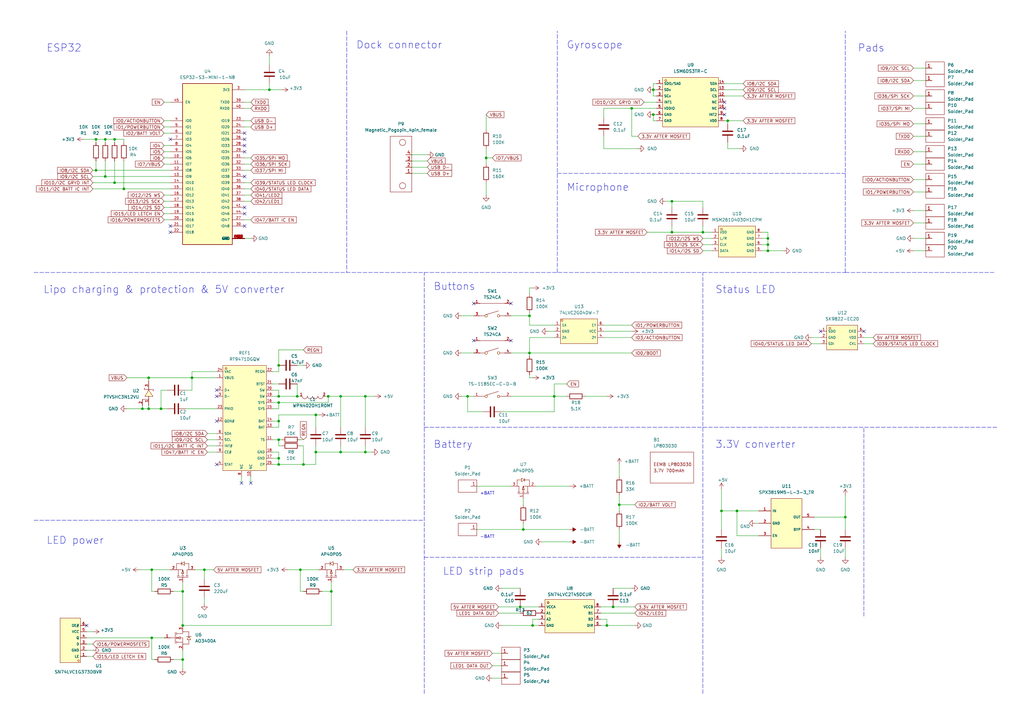
<source format=kicad_sch>
(kicad_sch (version 20211123) (generator eeschema)
  (paper "A3")
  (junction (at 251.46 248.92))
  (junction (at 314.96 97.79))
  (junction (at 43.18 57.15))
  (junction (at 62.23 261.62))
  (junction (at 83.82 233.68))
  (junction (at 314.96 102.87))
  (junction (at 298.45 49.53))
  (junction (at 60.96 167.64))
  (junction (at 78.74 154.94))
  (junction (at 66.04 167.64))
  (junction (at 46.99 57.15))
  (junction (at 217.17 129.54))
  (junction (at 110.49 36.83))
  (junction (at 50.8 77.47))
  (junction (at 129.54 170.18))
  (junction (at 39.37 57.15))
  (junction (at 74.93 256.54))
  (junction (at 149.86 185.42))
  (junction (at 121.92 162.56))
  (junction (at 199.39 64.77))
  (junction (at 58.42 167.64))
  (junction (at 259.08 44.45))
  (junction (at 191.77 162.56))
  (junction (at 43.18 72.39))
  (junction (at 124.46 190.5))
  (junction (at 275.59 95.25))
  (junction (at 214.63 217.17))
  (junction (at 114.3 149.86))
  (junction (at 114.3 187.96))
  (junction (at 114.3 190.5))
  (junction (at 74.93 270.51))
  (junction (at 114.3 162.56))
  (junction (at 295.91 209.55))
  (junction (at 227.33 162.56))
  (junction (at 254 207.01))
  (junction (at 129.54 185.42))
  (junction (at 346.71 212.09))
  (junction (at 275.59 82.55))
  (junction (at 314.96 100.33))
  (junction (at 62.23 233.68))
  (junction (at 39.37 69.85))
  (junction (at 114.3 180.34))
  (junction (at 60.96 154.94))
  (junction (at 46.99 74.93))
  (junction (at 213.36 248.92))
  (junction (at 134.62 162.56))
  (junction (at 135.89 242.57))
  (junction (at 248.92 256.54))
  (junction (at 217.17 144.78))
  (junction (at 139.7 162.56))
  (junction (at 139.7 185.42))
  (junction (at 267.97 36.83))
  (junction (at 123.19 233.68))
  (junction (at 218.44 256.54))
  (junction (at 302.26 209.55))
  (junction (at 114.3 172.72))
  (junction (at 74.93 242.57))
  (junction (at 149.86 162.56))
  (junction (at 267.97 46.99))
  (junction (at 114.3 165.1))
  (junction (at 288.29 95.25))
  (no_connect (at 209.55 139.7))
  (no_connect (at 297.18 41.91))
  (no_connect (at 100.33 92.71))
  (no_connect (at 194.31 139.7))
  (no_connect (at 297.18 44.45))
  (no_connect (at 209.55 124.46))
  (no_connect (at 35.56 256.54))
  (no_connect (at 100.33 62.23))
  (no_connect (at 69.85 92.71))
  (no_connect (at 88.9 190.5))
  (no_connect (at 354.33 135.89))
  (no_connect (at 88.9 162.56))
  (no_connect (at 99.06 198.12))
  (no_connect (at 100.33 87.63))
  (no_connect (at 297.18 46.99))
  (no_connect (at 88.9 160.02))
  (no_connect (at 100.33 72.39))
  (no_connect (at 100.33 85.09))
  (no_connect (at 69.85 57.15))
  (no_connect (at 69.85 95.25))
  (no_connect (at 100.33 57.15))
  (no_connect (at 100.33 59.69))
  (no_connect (at 100.33 54.61))
  (no_connect (at 194.31 124.46))
  (no_connect (at 336.55 135.89))
  (no_connect (at 102.87 198.12))
  (no_connect (at 88.9 172.72))
  (wire (pts (xy 118.11 233.68) (xy 123.19 233.68)))
  (wire (pts (xy 246.38 248.92) (xy 251.46 248.92)))
  (wire (pts (xy 100.33 69.85) (xy 102.87 69.85)))
  (wire (pts (xy 199.39 60.96) (xy 199.39 64.77)))
  (wire (pts (xy 38.1 74.93) (xy 46.99 74.93)))
  (wire (pts (xy 38.1 69.85) (xy 39.37 69.85)))
  (wire (pts (xy 114.3 162.56) (xy 114.3 160.02)))
  (wire (pts (xy 124.46 182.88) (xy 124.46 190.5)))
  (wire (pts (xy 334.01 212.09) (xy 346.71 212.09)))
  (wire (pts (xy 121.92 162.56) (xy 123.19 162.56)))
  (wire (pts (xy 83.82 233.68) (xy 87.63 233.68)))
  (wire (pts (xy 246.38 251.46) (xy 260.35 251.46)))
  (wire (pts (xy 217.17 138.43) (xy 227.33 138.43)))
  (wire (pts (xy 100.33 90.17) (xy 102.87 90.17)))
  (wire (pts (xy 354.33 140.97) (xy 358.14 140.97)))
  (wire (pts (xy 374.65 39.37) (xy 379.73 39.37)))
  (wire (pts (xy 314.96 95.25) (xy 314.96 97.79)))
  (wire (pts (xy 267.97 46.99) (xy 269.24 46.99)))
  (wire (pts (xy 67.31 82.55) (xy 69.85 82.55)))
  (wire (pts (xy 100.33 82.55) (xy 102.87 82.55)))
  (wire (pts (xy 67.31 54.61) (xy 69.85 54.61)))
  (wire (pts (xy 99.06 198.12) (xy 99.06 195.58)))
  (wire (pts (xy 269.24 39.37) (xy 267.97 39.37)))
  (wire (pts (xy 251.46 248.92) (xy 260.35 248.92)))
  (wire (pts (xy 209.55 162.56) (xy 227.33 162.56)))
  (wire (pts (xy 52.07 154.94) (xy 60.96 154.94)))
  (wire (pts (xy 78.74 152.4) (xy 78.74 154.94)))
  (wire (pts (xy 261.62 60.96) (xy 247.65 60.96)))
  (wire (pts (xy 111.76 167.64) (xy 114.3 167.64)))
  (wire (pts (xy 58.42 167.64) (xy 60.96 167.64)))
  (wire (pts (xy 111.76 172.72) (xy 114.3 172.72)))
  (wire (pts (xy 309.88 214.63) (xy 311.15 214.63)))
  (wire (pts (xy 76.2 167.64) (xy 88.9 167.64)))
  (wire (pts (xy 354.33 138.43) (xy 358.14 138.43)))
  (wire (pts (xy 62.23 233.68) (xy 69.85 233.68)))
  (wire (pts (xy 168.91 68.58) (xy 175.26 68.58)))
  (wire (pts (xy 39.37 57.15) (xy 43.18 57.15)))
  (wire (pts (xy 111.76 175.26) (xy 114.3 175.26)))
  (wire (pts (xy 288.29 102.87) (xy 292.1 102.87)))
  (wire (pts (xy 254 203.2) (xy 254 207.01)))
  (wire (pts (xy 67.31 90.17) (xy 69.85 90.17)))
  (wire (pts (xy 204.47 251.46) (xy 213.36 251.46)))
  (wire (pts (xy 78.74 154.94) (xy 88.9 154.94)))
  (wire (pts (xy 121.92 157.48) (xy 121.92 162.56)))
  (wire (pts (xy 288.29 85.09) (xy 288.29 82.55)))
  (wire (pts (xy 135.89 238.76) (xy 135.89 242.57)))
  (wire (pts (xy 129.54 185.42) (xy 139.7 185.42)))
  (wire (pts (xy 111.76 162.56) (xy 114.3 162.56)))
  (wire (pts (xy 114.3 180.34) (xy 114.3 182.88)))
  (wire (pts (xy 168.91 71.12) (xy 175.26 71.12)))
  (wire (pts (xy 302.26 209.55) (xy 311.15 209.55)))
  (wire (pts (xy 314.96 97.79) (xy 314.96 100.33)))
  (wire (pts (xy 85.09 180.34) (xy 88.9 180.34)))
  (wire (pts (xy 227.33 162.56) (xy 227.33 168.91)))
  (wire (pts (xy 67.31 64.77) (xy 69.85 64.77)))
  (polyline (pts (xy 13.97 213.36) (xy 173.99 213.36)))
  (wire (pts (xy 67.31 67.31) (xy 69.85 67.31)))
  (wire (pts (xy 247.65 138.43) (xy 259.08 138.43)))
  (wire (pts (xy 153.67 162.56) (xy 149.86 162.56)))
  (wire (pts (xy 217.17 133.35) (xy 227.33 133.35)))
  (wire (pts (xy 374.65 62.23) (xy 379.73 62.23)))
  (wire (pts (xy 149.86 185.42) (xy 152.4 185.42)))
  (wire (pts (xy 57.15 233.68) (xy 62.23 233.68)))
  (polyline (pts (xy 173.99 175.26) (xy 288.29 175.26)))
  (wire (pts (xy 298.45 50.8) (xy 298.45 49.53)))
  (wire (pts (xy 374.65 55.88) (xy 379.73 55.88)))
  (wire (pts (xy 374.65 33.02) (xy 379.73 33.02)))
  (wire (pts (xy 269.24 49.53) (xy 267.97 49.53)))
  (wire (pts (xy 168.91 63.5) (xy 175.26 63.5)))
  (wire (pts (xy 312.42 95.25) (xy 314.96 95.25)))
  (wire (pts (xy 213.36 241.3) (xy 205.74 241.3)))
  (wire (pts (xy 100.33 36.83) (xy 110.49 36.83)))
  (wire (pts (xy 139.7 162.56) (xy 149.86 162.56)))
  (wire (pts (xy 68.58 160.02) (xy 66.04 160.02)))
  (wire (pts (xy 297.18 34.29) (xy 304.8 34.29)))
  (wire (pts (xy 46.99 74.93) (xy 46.99 66.04)))
  (wire (pts (xy 111.76 180.34) (xy 114.3 180.34)))
  (wire (pts (xy 34.29 57.15) (xy 39.37 57.15)))
  (wire (pts (xy 62.23 242.57) (xy 62.23 233.68)))
  (wire (pts (xy 149.86 162.56) (xy 149.86 175.26)))
  (wire (pts (xy 115.57 182.88) (xy 114.3 182.88)))
  (wire (pts (xy 213.36 248.92) (xy 220.98 248.92)))
  (wire (pts (xy 374.65 86.36) (xy 379.73 86.36)))
  (wire (pts (xy 67.31 87.63) (xy 69.85 87.63)))
  (wire (pts (xy 204.47 248.92) (xy 213.36 248.92)))
  (wire (pts (xy 74.93 266.7) (xy 74.93 270.51)))
  (wire (pts (xy 39.37 66.04) (xy 39.37 69.85)))
  (wire (pts (xy 123.19 182.88) (xy 124.46 182.88)))
  (wire (pts (xy 124.46 190.5) (xy 129.54 190.5)))
  (wire (pts (xy 298.45 60.96) (xy 298.45 58.42)))
  (wire (pts (xy 312.42 100.33) (xy 314.96 100.33)))
  (wire (pts (xy 201.93 267.97) (xy 205.74 267.97)))
  (wire (pts (xy 240.03 162.56) (xy 248.92 162.56)))
  (wire (pts (xy 295.91 209.55) (xy 302.26 209.55)))
  (wire (pts (xy 66.04 167.64) (xy 68.58 167.64)))
  (wire (pts (xy 110.49 22.86) (xy 110.49 26.67)))
  (wire (pts (xy 66.04 160.02) (xy 66.04 167.64)))
  (wire (pts (xy 35.56 261.62) (xy 62.23 261.62)))
  (wire (pts (xy 209.55 144.78) (xy 217.17 144.78)))
  (wire (pts (xy 264.16 41.91) (xy 269.24 41.91)))
  (polyline (pts (xy 228.6 111.76) (xy 228.6 12.7)))
  (wire (pts (xy 218.44 254) (xy 218.44 256.54)))
  (wire (pts (xy 114.3 143.51) (xy 114.3 149.86)))
  (wire (pts (xy 102.87 97.79) (xy 100.33 97.79)))
  (wire (pts (xy 123.19 242.57) (xy 123.19 233.68)))
  (wire (pts (xy 85.09 185.42) (xy 88.9 185.42)))
  (wire (pts (xy 71.12 242.57) (xy 74.93 242.57)))
  (wire (pts (xy 254 190.5) (xy 254 195.58)))
  (wire (pts (xy 111.76 187.96) (xy 114.3 187.96)))
  (wire (pts (xy 217.17 144.78) (xy 259.08 144.78)))
  (wire (pts (xy 374.65 67.31) (xy 379.73 67.31)))
  (wire (pts (xy 251.46 241.3) (xy 259.08 241.3)))
  (wire (pts (xy 246.38 256.54) (xy 248.92 256.54)))
  (wire (pts (xy 100.33 74.93) (xy 102.87 74.93)))
  (wire (pts (xy 139.7 185.42) (xy 149.86 185.42)))
  (wire (pts (xy 288.29 92.71) (xy 288.29 95.25)))
  (wire (pts (xy 71.12 270.51) (xy 74.93 270.51)))
  (wire (pts (xy 134.62 162.56) (xy 139.7 162.56)))
  (wire (pts (xy 114.3 165.1) (xy 134.62 165.1)))
  (wire (pts (xy 83.82 245.11) (xy 83.82 247.65)))
  (wire (pts (xy 227.33 162.56) (xy 227.33 157.48)))
  (wire (pts (xy 62.23 261.62) (xy 67.31 261.62)))
  (wire (pts (xy 259.08 44.45) (xy 247.65 44.45)))
  (wire (pts (xy 43.18 58.42) (xy 43.18 57.15)))
  (wire (pts (xy 199.39 74.93) (xy 199.39 80.01)))
  (wire (pts (xy 259.08 44.45) (xy 269.24 44.45)))
  (wire (pts (xy 248.92 254) (xy 248.92 256.54)))
  (wire (pts (xy 74.93 256.54) (xy 135.89 256.54)))
  (wire (pts (xy 346.71 212.09) (xy 346.71 217.17)))
  (wire (pts (xy 311.15 219.71) (xy 302.26 219.71)))
  (wire (pts (xy 133.35 162.56) (xy 134.62 162.56)))
  (wire (pts (xy 67.31 52.07) (xy 69.85 52.07)))
  (polyline (pts (xy 228.6 71.12) (xy 346.71 71.12)))
  (wire (pts (xy 123.19 233.68) (xy 130.81 233.68)))
  (wire (pts (xy 132.08 242.57) (xy 135.89 242.57)))
  (wire (pts (xy 67.31 80.01) (xy 69.85 80.01)))
  (wire (pts (xy 248.92 256.54) (xy 260.35 256.54)))
  (wire (pts (xy 114.3 180.34) (xy 115.57 180.34)))
  (wire (pts (xy 102.87 198.12) (xy 102.87 195.58)))
  (wire (pts (xy 63.5 270.51) (xy 62.23 270.51)))
  (wire (pts (xy 224.79 135.89) (xy 227.33 135.89)))
  (wire (pts (xy 275.59 82.55) (xy 273.05 82.55)))
  (wire (pts (xy 217.17 118.11) (xy 218.44 118.11)))
  (wire (pts (xy 374.65 44.45) (xy 379.73 44.45)))
  (wire (pts (xy 198.12 168.91) (xy 191.77 168.91)))
  (wire (pts (xy 74.93 238.76) (xy 74.93 242.57)))
  (wire (pts (xy 74.93 242.57) (xy 74.93 256.54)))
  (wire (pts (xy 111.76 152.4) (xy 114.3 152.4)))
  (wire (pts (xy 100.33 67.31) (xy 102.87 67.31)))
  (wire (pts (xy 332.74 138.43) (xy 336.55 138.43)))
  (wire (pts (xy 288.29 97.79) (xy 292.1 97.79)))
  (wire (pts (xy 214.63 204.47) (xy 214.63 207.01)))
  (polyline (pts (xy 288.29 284.48) (xy 288.29 111.76)))
  (wire (pts (xy 43.18 57.15) (xy 46.99 57.15)))
  (wire (pts (xy 124.46 143.51) (xy 114.3 143.51)))
  (wire (pts (xy 247.65 44.45) (xy 247.65 48.26)))
  (wire (pts (xy 247.65 60.96) (xy 247.65 55.88)))
  (wire (pts (xy 191.77 168.91) (xy 191.77 162.56)))
  (wire (pts (xy 189.23 162.56) (xy 191.77 162.56)))
  (wire (pts (xy 114.3 157.48) (xy 111.76 157.48)))
  (wire (pts (xy 219.71 199.39) (xy 233.68 199.39)))
  (wire (pts (xy 60.96 154.94) (xy 78.74 154.94)))
  (wire (pts (xy 295.91 200.66) (xy 295.91 209.55)))
  (wire (pts (xy 114.3 175.26) (xy 114.3 172.72)))
  (wire (pts (xy 220.98 254) (xy 218.44 254)))
  (wire (pts (xy 232.41 162.56) (xy 227.33 162.56)))
  (wire (pts (xy 100.33 77.47) (xy 102.87 77.47)))
  (wire (pts (xy 50.8 66.04) (xy 50.8 77.47)))
  (wire (pts (xy 312.42 102.87) (xy 314.96 102.87)))
  (wire (pts (xy 85.09 182.88) (xy 88.9 182.88)))
  (wire (pts (xy 38.1 269.24) (xy 35.56 269.24)))
  (wire (pts (xy 218.44 154.94) (xy 217.17 154.94)))
  (wire (pts (xy 336.55 224.79) (xy 336.55 228.6)))
  (wire (pts (xy 134.62 165.1) (xy 134.62 162.56)))
  (wire (pts (xy 227.33 168.91) (xy 205.74 168.91)))
  (wire (pts (xy 135.89 242.57) (xy 135.89 256.54)))
  (wire (pts (xy 209.55 129.54) (xy 217.17 129.54)))
  (wire (pts (xy 114.3 167.64) (xy 114.3 165.1)))
  (wire (pts (xy 39.37 69.85) (xy 69.85 69.85)))
  (wire (pts (xy 267.97 39.37) (xy 267.97 36.83)))
  (wire (pts (xy 298.45 49.53) (xy 297.18 49.53)))
  (wire (pts (xy 214.63 217.17) (xy 233.68 217.17)))
  (wire (pts (xy 261.62 55.88) (xy 259.08 55.88)))
  (wire (pts (xy 201.93 64.77) (xy 199.39 64.77)))
  (wire (pts (xy 102.87 41.91) (xy 100.33 41.91)))
  (wire (pts (xy 76.2 160.02) (xy 78.74 160.02)))
  (wire (pts (xy 218.44 256.54) (xy 220.98 256.54)))
  (wire (pts (xy 100.33 80.01) (xy 102.87 80.01)))
  (wire (pts (xy 121.92 149.86) (xy 124.46 149.86)))
  (wire (pts (xy 114.3 152.4) (xy 114.3 149.86)))
  (wire (pts (xy 346.71 224.79) (xy 346.71 228.6)))
  (polyline (pts (xy 173.99 284.48) (xy 173.99 111.76)))
  (wire (pts (xy 50.8 58.42) (xy 50.8 57.15)))
  (polyline (pts (xy 346.71 111.76) (xy 407.67 111.76)))
  (wire (pts (xy 303.53 60.96) (xy 298.45 60.96)))
  (wire (pts (xy 100.33 49.53) (xy 102.87 49.53)))
  (wire (pts (xy 149.86 182.88) (xy 149.86 185.42)))
  (wire (pts (xy 60.96 167.64) (xy 66.04 167.64)))
  (wire (pts (xy 67.31 85.09) (xy 69.85 85.09)))
  (wire (pts (xy 254 217.17) (xy 254 222.25)))
  (wire (pts (xy 111.76 190.5) (xy 114.3 190.5)))
  (wire (pts (xy 39.37 58.42) (xy 39.37 57.15)))
  (wire (pts (xy 312.42 97.79) (xy 314.96 97.79)))
  (wire (pts (xy 217.17 120.65) (xy 217.17 118.11)))
  (polyline (pts (xy 13.97 111.76) (xy 346.71 111.76)))
  (wire (pts (xy 102.87 44.45) (xy 100.33 44.45)))
  (wire (pts (xy 114.3 187.96) (xy 114.3 185.42)))
  (wire (pts (xy 129.54 182.88) (xy 129.54 185.42)))
  (wire (pts (xy 298.45 49.53) (xy 304.8 49.53)))
  (wire (pts (xy 129.54 170.18) (xy 129.54 175.26)))
  (wire (pts (xy 60.96 154.94) (xy 60.96 156.21)))
  (wire (pts (xy 139.7 175.26) (xy 139.7 162.56)))
  (wire (pts (xy 199.39 64.77) (xy 199.39 67.31)))
  (wire (pts (xy 267.97 36.83) (xy 269.24 36.83)))
  (wire (pts (xy 50.8 77.47) (xy 69.85 77.47)))
  (wire (pts (xy 74.93 270.51) (xy 74.93 274.32)))
  (wire (pts (xy 78.74 160.02) (xy 78.74 154.94)))
  (wire (pts (xy 46.99 74.93) (xy 69.85 74.93)))
  (polyline (pts (xy 173.99 228.6) (xy 288.29 228.6)))
  (wire (pts (xy 38.1 264.16) (xy 35.56 264.16)))
  (wire (pts (xy 199.39 46.99) (xy 199.39 53.34)))
  (wire (pts (xy 38.1 72.39) (xy 43.18 72.39)))
  (wire (pts (xy 168.91 66.04) (xy 175.26 66.04)))
  (wire (pts (xy 140.97 233.68) (xy 144.78 233.68)))
  (wire (pts (xy 201.93 273.05) (xy 205.74 273.05)))
  (wire (pts (xy 100.33 52.07) (xy 102.87 52.07)))
  (wire (pts (xy 43.18 72.39) (xy 69.85 72.39)))
  (wire (pts (xy 195.58 199.39) (xy 209.55 199.39)))
  (wire (pts (xy 254 207.01) (xy 260.35 207.01)))
  (wire (pts (xy 139.7 182.88) (xy 139.7 185.42)))
  (wire (pts (xy 114.3 190.5) (xy 114.3 187.96)))
  (wire (pts (xy 332.74 140.97) (xy 336.55 140.97)))
  (wire (pts (xy 254 207.01) (xy 254 209.55)))
  (wire (pts (xy 43.18 72.39) (xy 43.18 66.04)))
  (wire (pts (xy 217.17 144.78) (xy 217.17 138.43)))
  (wire (pts (xy 38.1 259.08) (xy 35.56 259.08)))
  (wire (pts (xy 227.33 157.48) (xy 232.41 157.48)))
  (wire (pts (xy 67.31 59.69) (xy 69.85 59.69)))
  (wire (pts (xy 189.23 144.78) (xy 194.31 144.78)))
  (wire (pts (xy 374.65 78.74) (xy 379.73 78.74)))
  (wire (pts (xy 302.26 219.71) (xy 302.26 209.55)))
  (wire (pts (xy 374.65 73.66) (xy 379.73 73.66)))
  (wire (pts (xy 100.33 64.77) (xy 102.87 64.77)))
  (wire (pts (xy 346.71 203.2) (xy 346.71 212.09)))
  (wire (pts (xy 247.65 135.89) (xy 259.08 135.89)))
  (wire (pts (xy 67.31 49.53) (xy 69.85 49.53)))
  (wire (pts (xy 114.3 170.18) (xy 129.54 170.18)))
  (wire (pts (xy 129.54 170.18) (xy 130.81 170.18)))
  (wire (pts (xy 114.3 190.5) (xy 124.46 190.5)))
  (wire (pts (xy 114.3 162.56) (xy 121.92 162.56)))
  (polyline (pts (xy 354.33 252.73) (xy 354.33 175.26)))
  (wire (pts (xy 67.31 41.91) (xy 69.85 41.91)))
  (wire (pts (xy 124.46 242.57) (xy 123.19 242.57)))
  (wire (pts (xy 222.25 222.25) (xy 233.68 222.25)))
  (wire (pts (xy 217.17 144.78) (xy 217.17 146.05)))
  (wire (pts (xy 80.01 233.68) (xy 83.82 233.68)))
  (wire (pts (xy 275.59 82.55) (xy 288.29 82.55)))
  (wire (pts (xy 374.65 91.44) (xy 379.73 91.44)))
  (wire (pts (xy 115.57 36.83) (xy 110.49 36.83)))
  (wire (pts (xy 374.65 27.94) (xy 379.73 27.94)))
  (wire (pts (xy 85.09 177.8) (xy 88.9 177.8)))
  (wire (pts (xy 111.76 185.42) (xy 114.3 185.42)))
  (wire (pts (xy 267.97 49.53) (xy 267.97 46.99)))
  (wire (pts (xy 60.96 167.64) (xy 60.96 166.37)))
  (wire (pts (xy 217.17 129.54) (xy 217.17 133.35)))
  (wire (pts (xy 288.29 95.25) (xy 292.1 95.25)))
  (wire (pts (xy 275.59 95.25) (xy 288.29 95.25)))
  (wire (pts (xy 191.77 162.56) (xy 194.31 162.56)))
  (wire (pts (xy 297.18 39.37) (xy 304.8 39.37)))
  (wire (pts (xy 214.63 214.63) (xy 214.63 217.17)))
  (wire (pts (xy 314.96 100.33) (xy 314.96 102.87)))
  (wire (pts (xy 46.99 58.42) (xy 46.99 57.15)))
  (wire (pts (xy 217.17 128.27) (xy 217.17 129.54)))
  (wire (pts (xy 334.01 217.17) (xy 336.55 217.17)))
  (polyline (pts (xy 142.24 12.7) (xy 142.24 111.76)))
  (wire (pts (xy 259.08 55.88) (xy 259.08 44.45)))
  (wire (pts (xy 217.17 154.94) (xy 217.17 153.67)))
  (wire (pts (xy 374.65 102.87) (xy 379.73 102.87)))
  (wire (pts (xy 275.59 92.71) (xy 275.59 95.25)))
  (wire (pts (xy 38.1 266.7) (xy 35.56 266.7)))
  (wire (pts (xy 78.74 152.4) (xy 88.9 152.4)))
  (wire (pts (xy 123.19 180.34) (xy 124.46 180.34)))
  (wire (pts (xy 83.82 233.68) (xy 83.82 237.49)))
  (wire (pts (xy 265.43 95.25) (xy 275.59 95.25)))
  (polyline (pts (xy 346.71 111.76) (xy 346.71 12.7)))
  (wire (pts (xy 58.42 166.37) (xy 58.42 167.64)))
  (wire (pts (xy 374.65 97.79) (xy 379.73 97.79)))
  (wire (pts (xy 267.97 34.29) (xy 267.97 36.83)))
  (wire (pts (xy 114.3 170.18) (xy 114.3 172.72)))
  (wire (pts (xy 129.54 190.5) (xy 129.54 185.42)))
  (wire (pts (xy 297.18 36.83) (xy 304.8 36.83)))
  (wire (pts (xy 374.65 50.8) (xy 379.73 50.8)))
  (wire (pts (xy 247.65 133.35) (xy 259.08 133.35)))
  (polyline (pts (xy 288.29 175.26) (xy 408.94 175.26)))
  (wire (pts (xy 288.29 100.33) (xy 292.1 100.33)))
  (wire (pts (xy 295.91 217.17) (xy 295.91 209.55)))
  (wire (pts (xy 189.23 129.54) (xy 194.31 129.54)))
  (wire (pts (xy 50.8 57.15) (xy 46.99 57.15)))
  (wire (pts (xy 195.58 217.17) (xy 214.63 217.17)))
  (wire (pts (xy 205.74 256.54) (xy 218.44 256.54)))
  (wire (pts (xy 110.49 34.29) (xy 110.49 36.83)))
  (wire (pts (xy 111.76 165.1) (xy 114.3 165.1)))
  (wire (pts (xy 275.59 85.09) (xy 275.59 82.55)))
  (wire (pts (xy 269.24 34.29) (xy 267.97 34.29)))
  (wire (pts (xy 38.1 77.47) (xy 50.8 77.47)))
  (wire (pts (xy 52.07 167.64) (xy 58.42 167.64)))
  (wire (pts (xy 62.23 270.51) (xy 62.23 261.62)))
  (wire (pts (xy 246.38 254) (xy 248.92 254)))
  (wire (pts (xy 314.96 102.87) (xy 321.31 102.87)))
  (wire (pts (xy 295.91 224.79) (xy 295.91 228.6)))
  (wire (pts (xy 67.31 62.23) (xy 69.85 62.23)))
  (wire (pts (xy 201.93 278.13) (xy 205.74 278.13)))
  (wire (pts (xy 111.76 160.02) (xy 114.3 160.02)))
  (wire (pts (xy 63.5 242.57) (xy 62.23 242.57)))
  (text "+BATT" (at 196.85 203.2 0) (effects (font (size 1.27 1.27)) (justify left bottom)))
  (text "Dock connector" (at 146.05 20.32 0) (effects (font (size 3 3)) (justify left bottom)))
  (text "ESP32" (at 19.05 21.59 0) (effects (font (size 3 3)) (justify left bottom)))
  (text "LED strip pads" (at 181.61 236.22 0) (effects (font (size 3 3)) (justify left bottom)))
  (text "Buttons" (at 177.8 119.38 0) (effects (font (size 3 3)) (justify left bottom)))
  (text "LED power" (at 19.05 223.52 0) (effects (font (size 3 3)) (justify left bottom)))
  (text "3.3V converter" (at 293.37 184.15 0) (effects (font (size 3 3)) (justify left bottom)))
  (text "Status LED" (at 293.37 120.65 0) (effects (font (size 3 3)) (justify left bottom)))
  (text "Gyroscope" (at 232.41 20.32 0) (effects (font (size 3 3)) (justify left bottom)))
  (text "Microphone" (at 232.41 78.74 0) (effects (font (size 3 3)) (justify left bottom)))
  (text "-BATT" (at 196.85 220.98 0) (effects (font (size 1.27 1.27)) (justify left bottom)))
  (text "Lipo charging & protection & 5V converter" (at 17.78 120.65 0) (effects (font (size 3 3)) (justify left bottom)))
  (text "Pads" (at 351.79 21.59 0) (effects (font (size 3 3)) (justify left bottom)))
  (text "Battery" (at 177.8 184.15 0) (effects (font (size 3 3)) (justify left bottom)))
  (global_label "IO6" (shape input) (at 67.31 64.77 180) (property "Intersheet References" "${INTERSHEET_REFS}" (effects hide)))
  (global_label "IO0{slash}BOOT" (shape input) (at 259.08 144.78 0) (property "Intersheet References" "${INTERSHEET_REFS}" (effects hide)))
  (global_label "IO11{slash}I2C BATT IC INT" (shape input) (at 38.1 77.47 180) (property "Intersheet References" "${INTERSHEET_REFS}" (effects hide)))
  (global_label "IO1{slash}POWERBUTTON" (shape input) (at 259.08 133.35 0) (property "Intersheet References" "${INTERSHEET_REFS}" (effects hide)))
  (global_label "IO42{slash}LED1" (shape input) (at 260.35 251.46 0) (property "Intersheet References" "${INTERSHEET_REFS}" (effects hide)))
  (global_label "LED1 DATA OUT" (shape input) (at 201.93 273.05 180) (property "Intersheet References" "${INTERSHEET_REFS}" (effects hide)))
  (global_label "5V AFTER MOSFET" (shape input) (at 201.93 267.97 180) (property "Intersheet References" "${INTERSHEET_REFS}" (effects hide)))
  (global_label "EN" (shape input) (at 374.65 67.31 180) (property "Intersheet References" "${INTERSHEET_REFS}" (effects hide)))
  (global_label "IO10{slash}I2C GRYO INT" (shape input) (at 38.1 74.93 180) (property "Intersheet References" "${INTERSHEET_REFS}" (effects hide)))
  (global_label "IO12{slash}I2S WS" (shape input) (at 67.31 80.01 180) (property "Intersheet References" "${INTERSHEET_REFS}" (effects hide)))
  (global_label "USB D+" (shape input) (at 175.26 71.12 0) (property "Intersheet References" "${INTERSHEET_REFS}" (effects hide)))
  (global_label "IO36{slash}SPI SCK" (shape input) (at 374.65 39.37 180) (property "Intersheet References" "${INTERSHEET_REFS}" (effects hide)))
  (global_label "IO15{slash}LED LETCH EN" (shape input) (at 67.31 87.63 180) (property "Intersheet References" "${INTERSHEET_REFS}" (effects hide)))
  (global_label "IO0{slash}ACTIONBUTTON" (shape input) (at 374.65 73.66 180) (property "Intersheet References" "${INTERSHEET_REFS}" (effects hide)))
  (global_label "IO35{slash}SPI MO" (shape input) (at 374.65 50.8 180) (property "Intersheet References" "${INTERSHEET_REFS}" (effects hide)))
  (global_label "3.3V AFTER MOSFET" (shape input) (at 304.8 49.53 0) (property "Intersheet References" "${INTERSHEET_REFS}" (effects hide)))
  (global_label "EN" (shape input) (at 67.31 41.91 180) (property "Intersheet References" "${INTERSHEET_REFS}" (effects hide)))
  (global_label "3.3V AFTER MOSFET" (shape input) (at 260.35 248.92 0) (property "Intersheet References" "${INTERSHEET_REFS}" (effects hide)))
  (global_label "IO16{slash}POWERMOSFETS" (shape input) (at 67.31 90.17 180) (property "Intersheet References" "${INTERSHEET_REFS}" (effects hide)))
  (global_label "TXD0" (shape input) (at 374.65 55.88 180) (property "Intersheet References" "${INTERSHEET_REFS}" (effects hide)))
  (global_label "IO2{slash}BATT VOLT" (shape input) (at 260.35 207.01 0) (property "Intersheet References" "${INTERSHEET_REFS}" (effects hide)))
  (global_label "IO10{slash}I2C GRYO INT" (shape input) (at 264.16 41.91 180) (property "Intersheet References" "${INTERSHEET_REFS}" (effects hide)))
  (global_label "VBUS" (shape input) (at 175.26 66.04 0) (property "Intersheet References" "${INTERSHEET_REFS}" (effects hide)))
  (global_label "IO47{slash}BATT IC EN" (shape input) (at 102.87 90.17 0) (property "Intersheet References" "${INTERSHEET_REFS}" (effects hide)))
  (global_label "IO0{slash}ACTIONBUTTON" (shape input) (at 67.31 49.53 180) (property "Intersheet References" "${INTERSHEET_REFS}" (effects hide)))
  (global_label "VBUS" (shape input) (at 52.07 154.94 180) (property "Intersheet References" "${INTERSHEET_REFS}" (effects hide)))
  (global_label "IO8{slash}I2C SDA" (shape input) (at 85.09 177.8 180) (property "Intersheet References" "${INTERSHEET_REFS}" (effects hide)))
  (global_label "USB D+" (shape input) (at 102.87 52.07 0) (property "Intersheet References" "${INTERSHEET_REFS}" (effects hide)))
  (global_label "RXD0" (shape input) (at 102.87 44.45 0) (property "Intersheet References" "${INTERSHEET_REFS}" (effects hide)))
  (global_label "USB D-" (shape input) (at 102.87 49.53 0) (property "Intersheet References" "${INTERSHEET_REFS}" (effects hide)))
  (global_label "IO7{slash}VBUS" (shape input) (at 201.93 64.77 0) (property "Intersheet References" "${INTERSHEET_REFS}" (effects hide)))
  (global_label "3.3V AFTER MOSFET" (shape input) (at 144.78 233.68 0) (property "Intersheet References" "${INTERSHEET_REFS}" (effects hide)))
  (global_label "IO35{slash}SPI MO" (shape input) (at 102.87 64.77 0) (property "Intersheet References" "${INTERSHEET_REFS}" (effects hide)))
  (global_label "IO36{slash}SPI SCK" (shape input) (at 102.87 67.31 0) (property "Intersheet References" "${INTERSHEET_REFS}" (effects hide)))
  (global_label "5V AFTER MOSFET" (shape input) (at 358.14 138.43 0) (property "Intersheet References" "${INTERSHEET_REFS}" (effects hide)))
  (global_label "IO13{slash}I2S SCK" (shape input) (at 67.31 82.55 180) (property "Intersheet References" "${INTERSHEET_REFS}" (effects hide)))
  (global_label "EN" (shape input) (at 232.41 157.48 0) (property "Intersheet References" "${INTERSHEET_REFS}" (effects hide)))
  (global_label "RXD0" (shape input) (at 374.65 62.23 180) (property "Intersheet References" "${INTERSHEET_REFS}" (effects hide)))
  (global_label "IO2{slash}BATT VOLT" (shape input) (at 67.31 54.61 180) (property "Intersheet References" "${INTERSHEET_REFS}" (effects hide)))
  (global_label "3.3V AFTER MOSFET" (shape input) (at 261.62 55.88 0) (property "Intersheet References" "${INTERSHEET_REFS}" (effects hide)))
  (global_label "IO42{slash}LED1" (shape input) (at 102.87 82.55 0) (property "Intersheet References" "${INTERSHEET_REFS}" (effects hide)))
  (global_label "IO47{slash}BATT IC EN" (shape input) (at 85.09 185.42 180) (property "Intersheet References" "${INTERSHEET_REFS}" (effects hide)))
  (global_label "3.3V AFTER MOSFET" (shape input) (at 374.65 91.44 180) (property "Intersheet References" "${INTERSHEET_REFS}" (effects hide)))
  (global_label "IO40{slash}STATUS LED DATA" (shape input) (at 102.87 77.47 0) (property "Intersheet References" "${INTERSHEET_REFS}" (effects hide)))
  (global_label "LED1 DATA OUT" (shape input) (at 204.47 251.46 180) (property "Intersheet References" "${INTERSHEET_REFS}" (effects hide)))
  (global_label "REGN" (shape input) (at 124.46 180.34 90) (property "Intersheet References" "${INTERSHEET_REFS}" (effects hide)))
  (global_label "IO8{slash}I2C SDA" (shape input) (at 304.8 34.29 0) (property "Intersheet References" "${INTERSHEET_REFS}" (effects hide)))
  (global_label "IO9{slash}I2C SCL" (shape input) (at 304.8 36.83 0) (property "Intersheet References" "${INTERSHEET_REFS}" (effects hide)))
  (global_label "5V AFTER MOSFET" (shape input) (at 87.63 233.68 0) (property "Intersheet References" "${INTERSHEET_REFS}" (effects hide)))
  (global_label "IO3{slash}ACTIONBUTTON" (shape input) (at 259.08 138.43 0) (property "Intersheet References" "${INTERSHEET_REFS}" (effects hide)))
  (global_label "VBUS" (shape input) (at 199.39 46.99 0) (property "Intersheet References" "${INTERSHEET_REFS}" (effects hide)))
  (global_label "IO15{slash}LED LETCH EN" (shape input) (at 38.1 269.24 0) (property "Intersheet References" "${INTERSHEET_REFS}" (effects hide)))
  (global_label "IO13{slash}I2S SCK" (shape input) (at 288.29 100.33 180) (property "Intersheet References" "${INTERSHEET_REFS}" (effects hide)))
  (global_label "IO8{slash}I2C SDA" (shape input) (at 38.1 69.85 180) (property "Intersheet References" "${INTERSHEET_REFS}" (effects hide)))
  (global_label "IO1{slash}POWERBUTTON" (shape input) (at 67.31 52.07 180) (property "Intersheet References" "${INTERSHEET_REFS}" (effects hide)))
  (global_label "IO14{slash}I2S SD" (shape input) (at 67.31 85.09 180) (property "Intersheet References" "${INTERSHEET_REFS}" (effects hide)))
  (global_label "IO4" (shape input) (at 67.31 59.69 180) (property "Intersheet References" "${INTERSHEET_REFS}" (effects hide)))
  (global_label "IO39{slash}STATUS LED CLOCK" (shape input) (at 102.87 74.93 0) (property "Intersheet References" "${INTERSHEET_REFS}" (effects hide)))
  (global_label "IO16{slash}POWERMOSFETS" (shape input) (at 38.1 264.16 0) (property "Intersheet References" "${INTERSHEET_REFS}" (effects hide)))
  (global_label "IO8{slash}I2C SDA" (shape input) (at 374.65 33.02 180) (property "Intersheet References" "${INTERSHEET_REFS}" (effects hide)))
  (global_label "IO14{slash}I2S SD" (shape input) (at 288.29 102.87 180) (property "Intersheet References" "${INTERSHEET_REFS}" (effects hide)))
  (global_label "3.3V AFTER MOSFET" (shape input) (at 265.43 95.25 180) (property "Intersheet References" "${INTERSHEET_REFS}" (effects hide)))
  (global_label "IO11{slash}I2C BATT IC INT" (shape input) (at 85.09 182.88 180) (property "Intersheet References" "${INTERSHEET_REFS}" (effects hide)))
  (global_label "IO9{slash}I2C SCL" (shape input) (at 38.1 72.39 180) (property "Intersheet References" "${INTERSHEET_REFS}" (effects hide)))
  (global_label "IO5" (shape input) (at 67.31 62.23 180) (property "Intersheet References" "${INTERSHEET_REFS}" (effects hide)))
  (global_label "IO41{slash}LED2" (shape input) (at 102.87 80.01 0) (property "Intersheet References" "${INTERSHEET_REFS}" (effects hide)))
  (global_label "IO7{slash}VBUS" (shape input) (at 67.31 67.31 180) (property "Intersheet References" "${INTERSHEET_REFS}" (effects hide)))
  (global_label "3.3V AFTER MOSFET" (shape input) (at 304.8 39.37 0) (property "Intersheet References" "${INTERSHEET_REFS}" (effects hide)))
  (global_label "IO1{slash}POWERBUTTON" (shape input) (at 374.65 78.74 180) (property "Intersheet References" "${INTERSHEET_REFS}" (effects hide)))
  (global_label "5V AFTER MOSFET" (shape input) (at 204.47 248.92 180) (property "Intersheet References" "${INTERSHEET_REFS}" (effects hide)))
  (global_label "IO9{slash}I2C SCL" (shape input) (at 85.09 180.34 180) (property "Intersheet References" "${INTERSHEET_REFS}" (effects hide)))
  (global_label "IO40{slash}STATUS LED DATA" (shape input) (at 332.74 140.97 180) (property "Intersheet References" "${INTERSHEET_REFS}" (effects hide)))
  (global_label "USB D-" (shape input) (at 175.26 68.58 0) (property "Intersheet References" "${INTERSHEET_REFS}" (effects hide)))
  (global_label "IO37{slash}SPI MI" (shape input) (at 102.87 69.85 0) (property "Intersheet References" "${INTERSHEET_REFS}" (effects hide)))
  (global_label "IO12{slash}I2S WS" (shape input) (at 288.29 97.79 180) (property "Intersheet References" "${INTERSHEET_REFS}" (effects hide)))
  (global_label "IO9{slash}I2C SCL" (shape input) (at 374.65 27.94 180) (property "Intersheet References" "${INTERSHEET_REFS}" (effects hide)))
  (global_label "IO37{slash}SPI MI" (shape input) (at 374.65 44.45 180) (property "Intersheet References" "${INTERSHEET_REFS}" (effects hide)))
  (global_label "REGN" (shape input) (at 124.46 143.51 0) (property "Intersheet References" "${INTERSHEET_REFS}" (effects hide)))
  (global_label "IO39{slash}STATUS LED CLOCK" (shape input) (at 358.14 140.97 0) (property "Intersheet References" "${INTERSHEET_REFS}" (effects hide)))
  (global_label "TXD0" (shape input) (at 102.87 41.91 0) (property "Intersheet References" "${INTERSHEET_REFS}" (effects hide)))
  (symbol (lib_id "Device:10uF 0603") (at 118.11 149.86 90) (mirror x) (unit 1)
    (property "Reference" "C5" (at 119.38 146.05 90) (effects (justify right)))
    (property "Value" "4.7uF" (at 119.38 148.59 90) (effects (justify right)))
    (property "Footprint" "Capacitor_SMD:C_0402_1005Metric" (effects hide))
    (property "LCSC #" "C23733" (effects hide))
  )
  (symbol (lib_id "power:+3.3V") (at 346.71 203.2 0) (unit 1)
    (property "Reference" "#PWR0120" (effects hide))
    (property "Value" "+3.3V" (at 346.71 199.39 0))
  )
  (symbol (lib_id "power:GND") (at 224.79 135.89 270) (mirror x) (unit 1)
    (property "Reference" "#PWR0135" (effects hide))
    (property "Value" "GND" (at 217.17 135.89 90) (effects (justify left)))
  )
  (symbol (lib_id "power:GND") (at 273.05 82.55 270) (mirror x) (unit 1)
    (property "Reference" "#PWR0111" (effects hide))
    (property "Value" "GND" (at 265.43 82.55 90) (effects (justify left)))
  )
  (symbol (lib_id "power:GND") (at 175.26 63.5 90) (unit 1)
    (property "Reference" "#PWR0138" (effects hide))
    (property "Value" "GND" (at 180.34 63.5 90))
  )
  (symbol (lib_id "power:GND") (at 205.74 241.3 270) (mirror x) (unit 1)
    (property "Reference" "#PWR0108" (effects hide))
    (property "Value" "GND" (at 198.12 241.3 90) (effects (justify left)))
  )
  (symbol (lib_id "power:GND") (at 102.87 97.79 90) (unit 1)
    (property "Reference" "#PWR0149" (effects hide))
    (property "Value" "GND" (at 107.95 97.79 90))
  )
  (symbol (lib_id "Device:10uF 0603") (at 72.39 167.64 90) (unit 1)
    (property "Reference" "C2" (at 73.66 168.91 90) (effects (justify right)))
    (property "Value" "10uF" (at 73.66 171.45 90) (effects (justify right)))
    (property "Footprint" "Capacitor_SMD:C_0603_1608Metric" (effects hide))
    (property "LCSC #" "C96446" (effects hide))
  )
  (symbol (lib_id "power:+5V") (at 57.15 233.68 90) (unit 1)
    (property "Reference" "#PWR0144" (effects hide))
    (property "Value" "+5V" (at 49.53 233.68 90) (effects (justify right)))
  )
  (symbol (lib_id "Device:10uF 0603") (at 139.7 179.07 180) (unit 1)
    (property "Reference" "C8" (at 142.24 177.8 0) (effects (justify right)))
    (property "Value" "10uF" (at 142.24 180.34 0) (effects (justify right)))
    (property "Footprint" "Capacitor_SMD:C_0603_1608Metric" (effects hide))
    (property "LCSC #" "C96446" (effects hide))
  )
  (symbol (lib_id "Device:C") (at 213.36 245.11 180) (unit 1)
    (property "Reference" "C10" (at 210.82 246.38 0) (effects (justify left)))
    (property "Value" "0.1uF" (at 210.82 243.84 0) (effects (justify left)))
    (property "Footprint" "Capacitor_SMD:C_0402_1005Metric" (effects hide))
    (property "LCSC #" "C1525" (effects hide))
  )
  (symbol (lib_id "MyParts:WPN4020H1R0MT") (at 128.27 149.86 0) (unit 1)
    (property "Reference" "L1" (at 128.27 163.83 0))
    (property "Value" "WPN4020H1R0MT" (at 128.27 166.37 0))
    (property "Footprint" "footprint:IND-SMD_L4.0-W4.0_SLW40XX" (effects hide))
    (property "Datasheet" "https://item.szlcsc.com/193577.html" (effects hide))
    (property "LCSC" "C98359" (effects hide))
  )
  (symbol (lib_id "MyParts:Solder_Pad") (at 195.58 199.39 180) (unit 1)
    (property "Reference" "P1" (at 191.77 191.77 0))
    (property "Value" "Solder_Pad" (at 191.77 194.31 0))
    (property "Footprint" "footprint:Solder pad" (effects hide))
  )
  (symbol (lib_id "MyParts:Solder_Pad") (at 379.73 73.66 0) (unit 1)
    (property "Reference" "P15" (at 388.62 72.3899 0) (effects (justify left)))
    (property "Value" "Solder_Pad" (at 388.62 74.9299 0) (effects (justify left)))
    (property "Footprint" "footprint:Solder pad" (effects hide))
  )
  (symbol (lib_id "power:GND") (at 267.97 36.83 270) (unit 1)
    (property "Reference" "#PWR0136" (effects hide))
    (property "Value" "GND" (at 264.16 36.83 90) (effects (justify right)))
  )
  (symbol (lib_id "MyParts:TS-1185EC-C-D-B") (at 201.93 162.56 0) (unit 1)
    (property "Reference" "SW3" (at 201.93 154.94 0))
    (property "Value" "TS-1185EC-C-D-B" (at 201.93 157.48 0))
    (property "Footprint" "footprint:SW-SMD_4P-L3.7-W3.0-P1.50-LS4.7" (effects hide))
    (property "Datasheet" "https://item.szlcsc.com/299985.html" (effects hide))
    (property "LCSC #" "C318893" (effects hide))
  )
  (symbol (lib_id "MyParts:PTVSHC3N12VU") (at 60.96 148.59 0) (mirror y) (unit 1)
    (property "Reference" "U2" (at 57.15 160.2739 0) (effects (justify left)))
    (property "Value" "PTVSHC3N12VU" (at 57.15 162.8139 0) (effects (justify left)))
    (property "Footprint" "footprint:DFN-3_L2.0-W2.0-P1.30-BR" (effects hide))
    (property "Datasheet" "https://item.szlcsc.com/295148.html" (effects hide))
    (property "LCSC" "C110755" (effects hide))
  )
  (symbol (lib_id "power:GND") (at 222.25 222.25 270) (mirror x) (unit 1)
    (property "Reference" "#PWR0106" (effects hide))
    (property "Value" "GND" (at 214.63 222.25 90) (effects (justify left)))
  )
  (symbol (lib_id "power:+3.3V") (at 218.44 154.94 270) (unit 1)
    (property "Reference" "#PWR0115" (effects hide))
    (property "Value" "+3.3V" (at 222.25 154.9399 90) (effects (justify left)))
  )
  (symbol (lib_id "power:+3.3V") (at 218.44 118.11 270) (unit 1)
    (property "Reference" "#PWR0116" (effects hide))
    (property "Value" "+3.3V" (at 222.25 118.1099 90) (effects (justify left)))
  )
  (symbol (lib_id "power:GND") (at 295.91 228.6 0) (unit 1)
    (property "Reference" "#PWR0125" (effects hide))
    (property "Value" "GND" (at 295.91 233.68 0))
  )
  (symbol (lib_id "Device:10uF 0603") (at 201.93 168.91 90) (mirror x) (unit 1)
    (property "Reference" "C11" (at 204.47 170.18 90) (effects (justify right)))
    (property "Value" "10uF" (at 204.47 172.72 90) (effects (justify right)))
    (property "Footprint" "Capacitor_SMD:C_0603_1608Metric" (effects hide))
    (property "LCSC #" "C19702" (effects hide))
  )
  (symbol (lib_id "power:+5V") (at 153.67 162.56 270) (unit 1)
    (property "Reference" "#PWR0139" (effects hide))
    (property "Value" "+5V" (at 161.29 162.56 90) (effects (justify right)))
  )
  (symbol (lib_id "Device:R") (at 217.17 124.46 180) (unit 1)
    (property "Reference" "R14" (at 219.71 123.1899 0) (effects (justify right)))
    (property "Value" "100K" (at 219.71 125.7299 0) (effects (justify right)))
    (property "Footprint" "Resistor_SMD:R_0402_1005Metric" (effects hide))
    (property "LCSC #" "C25741" (effects hide))
  )
  (symbol (lib_id "MyParts:Solder_Pad") (at 379.73 55.88 0) (unit 1)
    (property "Reference" "P12" (at 388.62 54.6099 0) (effects (justify left)))
    (property "Value" "Solder_Pad" (at 388.62 57.1499 0) (effects (justify left)))
    (property "Footprint" "footprint:Solder pad" (effects hide))
  )
  (symbol (lib_id "MyParts:Solder_Pad") (at 379.73 62.23 0) (unit 1)
    (property "Reference" "P13" (at 388.62 60.9599 0) (effects (justify left)))
    (property "Value" "Solder_Pad" (at 388.62 63.4999 0) (effects (justify left)))
    (property "Footprint" "footprint:Solder pad" (effects hide))
  )
  (symbol (lib_id "power:GND") (at 199.39 80.01 0) (unit 1)
    (property "Reference" "#PWR0137" (effects hide))
    (property "Value" "GND" (at 199.39 85.09 0))
  )
  (symbol (lib_id "Device:10uF 0603") (at 346.71 220.98 180) (unit 1)
    (property "Reference" "C19" (at 341.63 223.52 0) (effects (justify right)))
    (property "Value" "10uF" (at 341.63 226.06 0) (effects (justify right)))
    (property "Footprint" "Capacitor_SMD:C_0603_1608Metric" (effects hide))
    (property "LCSC #" "C96446" (effects hide))
  )
  (symbol (lib_id "MyParts:SK9822-EC20") (at 339.09 128.27 0) (unit 1)
    (property "Reference" "U12" (at 345.44 128.27 0))
    (property "Value" "SK9822-EC20" (at 345.44 130.81 0))
    (property "Footprint" "footprint:LED-SMD_6P-L2.0-W2.0-P0.80-TL" (effects hide))
    (property "Datasheet" "https://cn.bing.com/search?q=datasheet： APA102-2020" (effects hide))
    (property "LCSC" "C2909059" (effects hide))
  )
  (symbol (lib_id "power:GND") (at 336.55 228.6 0) (unit 1)
    (property "Reference" "#PWR0124" (effects hide))
    (property "Value" "GND" (at 336.55 233.68 0))
  )
  (symbol (lib_id "power:GND") (at 83.82 247.65 0) (mirror y) (unit 1)
    (property "Reference" "#PWR0146" (effects hide))
    (property "Value" "GND" (at 85.09 252.73 0) (effects (justify left)))
  )
  (symbol (lib_id "MyParts:SPX3819M5-L-3-3_TR") (at 321.31 199.39 0) (unit 1)
    (property "Reference" "U11" (at 322.58 199.39 0))
    (property "Value" "SPX3819M5-L-3-3_TR" (at 322.58 201.93 0))
    (property "Footprint" "footprint:SOT-23-5_L3.0-W1.7-P0.95-LS2.8-BR" (effects hide))
    (property "Datasheet" "https://item.szlcsc.com/236104.html" (effects hide))
    (property "LCSC #" "C9055" (effects hide))
  )
  (symbol (lib_id "Device:C") (at 298.45 54.61 0) (unit 1)
    (property "Reference" "C17" (at 302.26 53.3399 0) (effects (justify left)))
    (property "Value" "0.1uF" (at 302.26 55.8799 0) (effects (justify left)))
    (property "Footprint" "Capacitor_SMD:C_0402_1005Metric" (effects hide))
    (property "LCSC #" "C1525" (effects hide))
  )
  (symbol (lib_id "MyParts:Solder_Pad") (at 379.73 97.79 0) (unit 1)
    (property "Reference" "P19" (at 388.62 96.5199 0) (effects (justify left)))
    (property "Value" "Solder_Pad" (at 388.62 99.0599 0) (effects (justify left)))
    (property "Footprint" "footprint:Solder pad" (effects hide))
  )
  (symbol (lib_id "Device:10K 0603") (at 43.18 62.23 0) (unit 1)
    (property "Reference" "R2" (at 39.37 54.61 0))
    (property "Value" "10K" (at 39.37 52.07 0))
    (property "Footprint" "Resistor_SMD:R_0402_1005Metric" (effects hide))
    (property "Datasheet" "https://datasheet.lcsc.com/lcsc/1811101934_YAGEO-RC0603FR-0710KL_C98220.pdf" (effects hide))
    (property "LCSC #" "C25744" (effects hide))
  )
  (symbol (lib_id "power:+5V") (at 374.65 102.87 90) (unit 1)
    (property "Reference" "#PWR0126" (effects hide))
    (property "Value" "+5V" (at 367.03 102.87 90) (effects (justify right)))
  )
  (symbol (lib_id "Device:10K 0603") (at 50.8 62.23 0) (unit 1)
    (property "Reference" "R4" (at 54.61 63.5 0))
    (property "Value" "10K" (at 54.61 60.96 0))
    (property "Footprint" "Resistor_SMD:R_0402_1005Metric" (effects hide))
    (property "Datasheet" "https://datasheet.lcsc.com/lcsc/1811101934_YAGEO-RC0603FR-0710KL_C98220.pdf" (effects hide))
    (property "LCSC #" "C25744" (effects hide))
  )
  (symbol (lib_id "Device:10K 0603") (at 128.27 242.57 270) (unit 1)
    (property "Reference" "R9" (at 128.27 240.03 90))
    (property "Value" "100K" (at 128.27 237.49 90))
    (property "Footprint" "Resistor_SMD:R_0402_1005Metric" (effects hide))
    (property "LCSC #" "C25741" (effects hide))
  )
  (symbol (lib_id "power:+BATT") (at 130.81 170.18 270) (unit 1)
    (property "Reference" "#PWR0141" (effects hide))
    (property "Value" "+BATT" (at 133.35 170.18 90) (effects (justify left)))
  )
  (symbol (lib_id "Device:C") (at 251.46 245.11 0) (mirror x) (unit 1)
    (property "Reference" "C13" (at 254 246.38 0) (effects (justify left)))
    (property "Value" "0.1uF" (at 254 243.84 0) (effects (justify left)))
    (property "Footprint" "Capacitor_SMD:C_0402_1005Metric" (effects hide))
    (property "LCSC #" "C1525" (effects hide))
  )
  (symbol (lib_id "power:+5V") (at 295.91 200.66 0) (unit 1)
    (property "Reference" "#PWR0122" (effects hide))
    (property "Value" "+5V" (at 298.45 196.85 0) (effects (justify right)))
  )
  (symbol (lib_id "Device:10K 0603") (at 46.99 62.23 0) (unit 1)
    (property "Reference" "R3" (at 44.45 54.61 0))
    (property "Value" "10K" (at 44.45 52.07 0))
    (property "Footprint" "Resistor_SMD:R_0402_1005Metric" (effects hide))
    (property "Datasheet" "https://datasheet.lcsc.com/lcsc/1811101934_YAGEO-RC0603FR-0710KL_C98220.pdf" (effects hide))
    (property "LCSC #" "C25744" (effects hide))
  )
  (symbol (lib_id "MyParts:AP40P05") (at 137.16 233.68 270) (mirror x) (unit 1)
    (property "Reference" "U5" (at 135.89 224.79 90))
    (property "Value" "AP40P05" (at 135.89 227.33 90))
    (property "Footprint" "footprint:SOT-23-3_L2.9-W1.3-P1.90-LS2.4-BR" (effects hide))
    (property "Datasheet" "https://www.diodes.com/assets/Package-Files/SOT23.pdf" (effects hide))
    (property "LCSC #" "C2886385" (effects hide))
  )
  (symbol (lib_id "Device:10uF 0603") (at 110.49 30.48 0) (unit 1)
    (property "Reference" "C4" (at 116.84 29.21 0) (effects (justify right)))
    (property "Value" "10uF" (at 119.38 31.75 0) (effects (justify right)))
    (property "Footprint" "Capacitor_SMD:C_0603_1608Metric" (effects hide))
    (property "Datasheet" "https://datasheet.lcsc.com/lcsc/2010151208_SANYEAR-C0603X5R106K250NT_C729457.pdf" (effects hide))
    (property "Description" "25V 10uF ±10% 0603 Multilayer Ceramic Capacitors MLCC - SMD/SMT ROHS" (effects hide))
    (property "100+" "€0.0537" (effects hide))
    (property "LCSC #" "C96446" (effects hide))
  )
  (symbol (lib_id "power:GND") (at 259.08 241.3 90) (unit 1)
    (property "Reference" "#PWR0134" (effects hide))
    (property "Value" "GND" (at 266.7 241.3 90) (effects (justify left)))
  )
  (symbol (lib_id "power:GND") (at 321.31 102.87 90) (mirror x) (unit 1)
    (property "Reference" "#PWR0112" (effects hide))
    (property "Value" "GND" (at 328.93 102.87 90) (effects (justify left)))
  )
  (symbol (lib_id "power:+BATT") (at 233.68 199.39 270) (unit 1)
    (property "Reference" "#PWR0131" (effects hide))
    (property "Value" "+BATT" (at 237.49 199.3901 90) (effects (justify left)))
  )
  (symbol (lib_id "Device:10uF 0603") (at 118.11 157.48 90) (mirror x) (unit 1)
    (property "Reference" "C6" (at 119.38 153.67 90) (effects (justify right)))
    (property "Value" "47nF" (at 119.38 156.21 90) (effects (justify right)))
    (property "Footprint" "Capacitor_SMD:C_0402_1005Metric" (effects hide))
    (property "LCSC #" "C505502" (effects hide))
  )
  (symbol (lib_id "Device:0.1uF 0603") (at 288.29 88.9 0) (mirror y) (unit 1)
    (property "Reference" "C15" (at 280.67 87.63 0) (effects (justify right)))
    (property "Value" "10uF" (at 280.67 90.17 0) (effects (justify right)))
    (property "Footprint" "Capacitor_SMD:C_0603_1608Metric" (effects hide))
    (property "LCSC #" "C96446" (effects hide))
  )
  (symbol (lib_id "power:GND") (at 346.71 228.6 0) (unit 1)
    (property "Reference" "#PWR0123" (effects hide))
    (property "Value" "GND" (at 346.71 233.68 0))
  )
  (symbol (lib_id "MyParts:74LVC2G04DW-7") (at 237.49 123.19 0) (unit 1)
    (property "Reference" "U13" (at 237.49 125.73 0))
    (property "Value" "74LVC2G04DW-7" (at 237.49 128.27 0))
    (property "Footprint" "footprint:SOT-363_L2.0-W1.3-P0.65-LS2.1-BR" (effects hide))
    (property "Datasheet" "https://item.szlcsc.com/97429.html" (effects hide))
    (property "LCSC" "C69053" (effects hide))
  )
  (symbol (lib_id "power:GND") (at 261.62 60.96 90) (unit 1)
    (property "Reference" "#PWR0118" (effects hide))
    (property "Value" "GND" (at 265.43 60.96 90) (effects (justify right)))
  )
  (symbol (lib_id "power:GND") (at 201.93 278.13 270) (mirror x) (unit 1)
    (property "Reference" "#PWR0109" (effects hide))
    (property "Value" "GND" (at 196.85 278.13 90))
  )
  (symbol (lib_name "TS24CA_1") (lib_id "MyParts:TS24CA") (at 201.93 114.3 0) (unit 1)
    (property "Reference" "SW1" (at 201.93 119.38 0))
    (property "Value" "TS24CA" (at 201.93 121.92 0))
    (property "Footprint" "footprint:SW-SMD_TS24CA" (effects hide))
    (property "Datasheet" "https://item.szlcsc.com/372554.html" (effects hide))
    (property "LCSC" "C393942" (effects hide))
  )
  (symbol (lib_id "MyParts:Solder_Pad") (at 195.58 217.17 180) (unit 1)
    (property "Reference" "P2" (at 191.77 209.55 0))
    (property "Value" "Solder_Pad" (at 191.77 212.09 0))
    (property "Footprint" "footprint:Solder pad" (effects hide))
  )
  (symbol (lib_id "MyParts:Solder_Pad") (at 379.73 78.74 0) (unit 1)
    (property "Reference" "P16" (at 388.62 77.4699 0) (effects (justify left)))
    (property "Value" "Solder_Pad" (at 388.62 80.0099 0) (effects (justify left)))
    (property "Footprint" "footprint:Solder pad" (effects hide))
  )
  (symbol (lib_id "MyParts:Solder_Pad") (at 205.74 267.97 0) (unit 1)
    (property "Reference" "P3" (at 214.63 266.6999 0) (effects (justify left)))
    (property "Value" "Solder_Pad" (at 214.63 269.2399 0) (effects (justify left)))
    (property "Footprint" "footprint:Solder pad" (effects hide))
  )
  (symbol (lib_id "MyParts:AO3400A") (at 176.53 325.12 0) (unit 1)
    (property "Reference" "U6" (at 80.01 260.3499 0) (effects (justify left)))
    (property "Value" "AO3400A" (at 80.01 262.8899 0) (effects (justify left)))
    (property "Footprint" "footprint:SOT-23-3_L2.9-W1.6-P1.90-LS2.8-BR" (effects hide))
    (property "Datasheet" "https://item.szlcsc.com/14454.html" (effects hide))
    (property "LCSC #" "C20917" (effects hide))
  )
  (symbol (lib_id "MyParts:AP40P05") (at 213.36 199.39 90) (unit 1)
    (property "Reference" "U7" (at 214.63 190.5 90))
    (property "Value" "AP40P05" (at 214.63 193.04 90))
    (property "Footprint" "footprint:SOT-23-3_L2.9-W1.3-P1.90-LS2.4-BR" (effects hide))
    (property "Datasheet" "https://www.diodes.com/assets/Package-Files/SOT23.pdf" (effects hide))
    (property "LCSC #" "C2886385" (effects hide))
  )
  (symbol (lib_id "power:GND") (at 309.88 214.63 270) (unit 1)
    (property "Reference" "#PWR0121" (effects hide))
    (property "Value" "GND" (at 303.53 215.9 90) (effects (justify left)))
  )
  (symbol (lib_id "Device:10uF 0603") (at 129.54 179.07 180) (unit 1)
    (property "Reference" "C7" (at 132.08 177.8 0) (effects (justify right)))
    (property "Value" "10uF" (at 132.08 180.34 0) (effects (justify right)))
    (property "Footprint" "Capacitor_SMD:C_0603_1608Metric" (effects hide))
    (property "LCSC #" "C96446" (effects hide))
  )
  (symbol (lib_id "MyParts:Solder_Pad") (at 379.73 27.94 0) (unit 1)
    (property "Reference" "P6" (at 388.62 26.6699 0) (effects (justify left)))
    (property "Value" "Solder_Pad" (at 388.62 29.2099 0) (effects (justify left)))
    (property "Footprint" "footprint:Solder pad" (effects hide))
  )
  (symbol (lib_id "MyParts:Solder_Pad") (at 379.73 102.87 0) (unit 1)
    (property "Reference" "P20" (at 388.62 101.5999 0) (effects (justify left)))
    (property "Value" "Solder_Pad" (at 388.62 104.1399 0) (effects (justify left)))
    (property "Footprint" "footprint:Solder pad" (effects hide))
  )
  (symbol (lib_id "Device:10uF 0603") (at 295.91 220.98 180) (unit 1)
    (property "Reference" "C16" (at 297.18 223.52 0) (effects (justify right)))
    (property "Value" "10uF" (at 297.18 226.06 0) (effects (justify right)))
    (property "Footprint" "Capacitor_SMD:C_0603_1608Metric" (effects hide))
    (property "LCSC #" "C96446" (effects hide))
  )
  (symbol (lib_id "power:GND") (at 189.23 129.54 270) (mirror x) (unit 1)
    (property "Reference" "#PWR0105" (effects hide))
    (property "Value" "GND" (at 181.61 129.54 90) (effects (justify left)))
  )
  (symbol (lib_id "MyParts:MSM261D4030H1CPM") (at 302.26 86.36 0) (unit 1)
    (property "Reference" "U10" (at 302.26 87.63 0))
    (property "Value" "MSM261D4030H1CPM" (at 302.26 90.17 0))
    (property "Footprint" "footprint:MIC-SMD_8P-L3.0-W4.0-P0.85-BL" (effects hide))
    (property "LCSC #" "C966942" (effects hide))
  )
  (symbol (lib_id "Device:10uF 0603") (at 72.39 160.02 90) (unit 1)
    (property "Reference" "C1" (at 73.66 161.29 90) (effects (justify right)))
    (property "Value" "1uF" (at 73.66 163.83 90) (effects (justify right)))
    (property "Footprint" "Capacitor_SMD:C_0402_1005Metric" (effects hide))
    (property "LCSC #" "C52923" (effects hide))
  )
  (symbol (lib_id "MyParts:Solder_Pad") (at 379.73 91.44 0) (unit 1)
    (property "Reference" "P18" (at 388.62 90.1699 0) (effects (justify left)))
    (property "Value" "Solder_Pad" (at 388.62 92.7099 0) (effects (justify left)))
    (property "Footprint" "footprint:Solder pad" (effects hide))
  )
  (symbol (lib_id "MyParts:ESP32-S3-MINI-1-N8") (at 85.09 67.31 0) (unit 1)
    (property "Reference" "U4" (at 85.09 29.21 0))
    (property "Value" "ESP32-S3-MINI-1-N8" (at 85.09 31.75 0))
    (property "Footprint" "footprint:ESP32-S3-MINI-1-N8" (effects hide))
    (property "LCSC#" "C2913206" (effects hide))
  )
  (symbol (lib_id "power:-BATT") (at 233.68 217.17 270) (unit 1)
    (property "Reference" "#PWR0129" (effects hide))
    (property "Value" "-BATT" (at 243.84 217.17 90) (effects (justify right)))
  )
  (symbol (lib_id "power:GND") (at 152.4 185.42 90) (mirror x) (unit 1)
    (property "Reference" "#PWR0101" (effects hide))
    (property "Value" "GND" (at 160.02 185.42 90) (effects (justify left)))
  )
  (symbol (lib_id "power:+3.3V") (at 118.11 233.68 90) (unit 1)
    (property "Reference" "#PWR0147" (effects hide))
    (property "Value" "+3.3V" (at 111.76 233.68 90))
  )
  (symbol (lib_id "MyParts:LSM6DS3TR-C") (at 283.21 29.21 0) (unit 1)
    (property "Reference" "U9" (at 283.21 26.67 0))
    (property "Value" "LSM6DS3TR-C" (at 283.21 29.21 0))
    (property "Footprint" "footprint:LGA-14_L3.0-W2.5-P0.50-TL" (effects hide))
    (property "Datasheet" "https://lcsc.com/product-detail/Sensors_Bosch_BMG250_BMG250_C189521.html" (effects hide))
    (property "LCSC" "C967633" (effects hide))
  )
  (symbol (lib_id "Device:R") (at 217.17 251.46 270) (unit 1)
    (property "Reference" "R13" (at 213.36 250.19 90))
    (property "Value" "62" (at 217.17 251.46 90))
    (property "Footprint" "Resistor_SMD:R_0402_1005Metric" (effects hide))
    (property "LCSC #" "C4962" (effects hide))
  )
  (symbol (lib_id "MyParts:SN74LVC2T45DCUR") (at 233.68 233.68 0) (unit 1)
    (property "Reference" "U8" (at 233.68 241.3 0))
    (property "Value" "SN74LVC2T45DCUR" (at 233.68 243.84 0))
    (property "Footprint" "footprint:VSSOP-8_L2.4-W2.1-P0.50-LS3.2-BR" (effects hide))
    (property "Datasheet" "https://item.szlcsc.com/61761.html" (effects hide))
    (property "LCSC #" "C15741" (effects hide))
  )
  (symbol (lib_id "Device:R") (at 254 199.39 180) (unit 1)
    (property "Reference" "R16" (at 256.54 198.1199 0) (effects (justify right)))
    (property "Value" "33K" (at 256.54 200.6599 0) (effects (justify right)))
    (property "Footprint" "Resistor_SMD:R_0402_1005Metric" (effects hide))
    (property "LCSC #" "C25779" (effects hide))
  )
  (symbol (lib_id "power:+3.3V") (at 259.08 135.89 270) (unit 1)
    (property "Reference" "#PWR0114" (effects hide))
    (property "Value" "+3.3V" (at 262.89 135.8899 90) (effects (justify left)))
  )
  (symbol (lib_id "power:GND") (at 374.65 97.79 270) (mirror x) (unit 1)
    (property "Reference" "#PWR0127" (effects hide))
    (property "Value" "GND" (at 369.57 97.79 90))
  )
  (symbol (lib_id "MyParts:Solder_Pad") (at 379.73 33.02 0) (unit 1)
    (property "Reference" "P7" (at 388.62 31.7499 0) (effects (justify left)))
    (property "Value" "Solder_Pad" (at 388.62 34.2899 0) (effects (justify left)))
    (property "Footprint" "footprint:Solder pad" (effects hide))
  )
  (symbol (lib_id "power:+BATT") (at 254 190.5 0) (unit 1)
    (property "Reference" "#PWR0132" (effects hide))
    (property "Value" "+BATT" (at 259.08 189.23 0))
  )
  (symbol (lib_id "Device:10uF 0603") (at 336.55 220.98 180) (unit 1)
    (property "Reference" "C18" (at 331.47 223.52 0) (effects (justify right)))
    (property "Value" "10nF" (at 331.47 226.06 0) (effects (justify right)))
    (property "Footprint" "Capacitor_SMD:C_0402_1005Metric" (effects hide))
    (property "LCSC #" "C15195" (effects hide))
  )
  (symbol (lib_id "MyParts:Solder_Pad") (at 379.73 86.36 0) (unit 1)
    (property "Reference" "P17" (at 388.62 85.0899 0) (effects (justify left)))
    (property "Value" "Solder_Pad" (at 388.62 87.6299 0) (effects (justify left)))
    (property "Footprint" "footprint:Solder pad" (effects hide))
  )
  (symbol (lib_id "power:-BATT") (at 233.68 222.25 270) (unit 1)
    (property "Reference" "#PWR0130" (effects hide))
    (property "Value" "-BATT" (at 243.84 222.25 90) (effects (justify right)))
  )
  (symbol (lib_id "Device:10uF 0603") (at 149.86 179.07 180) (unit 1)
    (property "Reference" "C9" (at 152.4 177.8 0) (effects (justify right)))
    (property "Value" "10uF" (at 152.4 180.34 0) (effects (justify right)))
    (property "Footprint" "Capacitor_SMD:C_0603_1608Metric" (effects hide))
    (property "LCSC #" "C96446" (effects hide))
  )
  (symbol (lib_id "power:GND") (at 124.46 149.86 90) (mirror x) (unit 1)
    (property "Reference" "#PWR0142" (effects hide))
    (property "Value" "GND" (at 132.08 149.86 90) (effects (justify left)))
  )
  (symbol (lib_id "MyParts:Solder_Pad") (at 379.73 50.8 0) (unit 1)
    (property "Reference" "P11" (at 388.62 49.5299 0) (effects (justify left)))
    (property "Value" "Solder_Pad" (at 388.62 52.0699 0) (effects (justify left)))
    (property "Footprint" "footprint:Solder pad" (effects hide))
  )
  (symbol (lib_id "Device:10K 0603") (at 119.38 180.34 270) (unit 1)
    (property "Reference" "R7" (at 119.38 175.26 90))
    (property "Value" "10K" (at 119.38 177.8 90))
    (property "Footprint" "Resistor_SMD:R_0402_1005Metric" (effects hide))
    (property "Datasheet" "https://datasheet.lcsc.com/lcsc/1811101934_YAGEO-RC0603FR-0710KL_C98220.pdf" (effects hide))
    (property "LCSC #" "C25744" (effects hide))
  )
  (symbol (lib_id "Device:10K 0603") (at 39.37 62.23 0) (unit 1)
    (property "Reference" "R1" (at 34.29 54.61 0))
    (property "Value" "10K" (at 34.29 52.07 0))
    (property "Footprint" "Resistor_SMD:R_0402_1005Metric" (effects hide))
    (property "Datasheet" "https://datasheet.lcsc.com/lcsc/1811101934_YAGEO-RC0603FR-0710KL_C98220.pdf" (effects hide))
    (property "LCSC #" "C25744" (effects hide))
  )
  (symbol (lib_id "power:GND") (at 260.35 256.54 90) (mirror x) (unit 1)
    (property "Reference" "#PWR0107" (effects hide))
    (property "Value" "GND" (at 265.43 256.54 90))
  )
  (symbol (lib_id "Device:C") (at 247.65 52.07 0) (unit 1)
    (property "Reference" "C12" (at 251.46 50.7999 0) (effects (justify left)))
    (property "Value" "0.1uF" (at 251.46 53.3399 0) (effects (justify left)))
    (property "Footprint" "Capacitor_SMD:C_0402_1005Metric" (effects hide))
    (property "LCSC #" "C1525" (effects hide))
  )
  (symbol (lib_id "power:+3.3V") (at 374.65 86.36 90) (unit 1)
    (property "Reference" "#PWR0128" (effects hide))
    (property "Value" "+3.3V" (at 365.76 86.36 90) (effects (justify right)))
  )
  (symbol (lib_id "power:GND") (at 74.93 274.32 0) (unit 1)
    (property "Reference" "#PWR0102" (effects hide))
    (property "Value" "GND" (at 68.58 275.59 0) (effects (justify left)))
  )
  (symbol (lib_id "MyParts:Solder_Pad") (at 379.73 44.45 0) (unit 1)
    (property "Reference" "P10" (at 388.62 43.1799 0) (effects (justify left)))
    (property "Value" "Solder_Pad" (at 388.62 45.7199 0) (effects (justify left)))
    (property "Footprint" "footprint:Solder pad" (effects hide))
  )
  (symbol (lib_id "power:GND") (at 189.23 162.56 270) (mirror x) (unit 1)
    (property "Reference" "#PWR0103" (effects hide))
    (property "Value" "GND" (at 181.61 162.56 90) (effects (justify left)))
  )
  (symbol (lib_id "MyParts:AP40P05") (at 76.2 233.68 270) (mirror x) (unit 1)
    (property "Reference" "U3" (at 74.93 224.79 90))
    (property "Value" "AP40P05" (at 74.93 227.33 90))
    (property "Footprint" "footprint:SOT-23-3_L2.9-W1.3-P1.90-LS2.4-BR" (effects hide))
    (property "Datasheet" "https://www.diodes.com/assets/Package-Files/SOT23.pdf" (effects hide))
    (property "LCSC #" "C2886385" (effects hide))
  )
  (symbol (lib_id "power:+3.3V") (at 248.92 162.56 270) (unit 1)
    (property "Reference" "#PWR0152" (effects hide))
    (property "Value" "+3.3V" (at 252.73 162.5599 90) (effects (justify left)))
  )
  (symbol (lib_id "Device:10K 0603") (at 119.38 182.88 270) (unit 1)
    (property "Reference" "R8" (at 119.38 185.42 90))
    (property "Value" "10K" (at 119.38 187.96 90))
    (property "Footprint" "Resistor_SMD:R_0402_1005Metric" (effects hide))
    (property "Datasheet" "https://datasheet.lcsc.com/lcsc/1811101934_YAGEO-RC0603FR-0710KL_C98220.pdf" (effects hide))
    (property "LCSC #" "C25744" (effects hide))
  )
  (symbol (lib_id "power:GND") (at 52.07 167.64 270) (mirror x) (unit 1)
    (property "Reference" "#PWR0140" (effects hide))
    (property "Value" "GND" (at 44.45 167.64 90) (effects (justify left)))
  )
  (symbol (lib_id "Device:10K 0603") (at 67.31 242.57 270) (unit 1)
    (property "Reference" "R5" (at 67.31 240.03 90))
    (property "Value" "100K" (at 67.31 237.49 90))
    (property "Footprint" "Resistor_SMD:R_0402_1005Metric" (effects hide))
    (property "LCSC #" "C25741" (effects hide))
  )
  (symbol (lib_id "power:GND") (at 189.23 144.78 270) (mirror x) (unit 1)
    (property "Reference" "#PWR0104" (effects hide))
    (property "Value" "GND" (at 181.61 144.78 90) (effects (justify left)))
  )
  (symbol (lib_id "Device:0.1uF 0603") (at 275.59 88.9 0) (mirror y) (unit 1)
    (property "Reference" "C14" (at 271.78 87.6299 0) (effects (justify left)))
    (property "Value" "0.1uF" (at 271.78 90.1699 0) (effects (justify left)))
    (property "Footprint" "Capacitor_SMD:C_0402_1005Metric" (effects hide))
    (property "LCSC #" "C1525" (effects hide))
  )
  (symbol (lib_id "MyParts:Magnetic_Pogopin_4pin_female") (at 166.37 81.28 180) (unit 1)
    (property "Reference" "P9" (at 164.465 50.8 0))
    (property "Value" "Magnetic_Pogopin_4pin_female" (at 164.465 53.34 0))
    (property "Footprint" "footprint:Magnetic Pogopin 4pin female" (effects hide))
    (property "Datasheet" "https://de.aliexpress.com/item/1005003853427502.html" (effects hide))
  )
  (symbol (lib_id "Device:10K 0603") (at 67.31 270.51 270) (unit 1)
    (property "Reference" "R6" (at 67.31 267.97 90))
    (property "Value" "100K" (at 67.31 265.43 90))
    (property "Footprint" "Resistor_SMD:R_0402_1005Metric" (effects hide))
    (property "LCSC #" "C25741" (effects hide))
  )
  (symbol (lib_id "power:GND") (at 38.1 266.7 90) (unit 1)
    (property "Reference" "#PWR0143" (effects hide))
    (property "Value" "GND" (at 45.72 266.7 90) (effects (justify left)))
  )
  (symbol (lib_id "Device:C") (at 83.82 241.3 0) (unit 1)
    (property "Reference" "C3" (at 87.63 240.0299 0) (effects (justify left)))
    (property "Value" "220uF" (at 87.63 242.5699 0) (effects (justify left)))
    (property "Footprint" "Capacitor_SMD:C_1206_3216Metric" (effects hide))
    (property "LCSC #" "C412252" (effects hide))
  )
  (symbol (lib_id "power:+3.3V") (at 115.57 36.83 270) (unit 1)
    (property "Reference" "#PWR0151" (effects hide))
    (property "Value" "+3.3V" (at 121.285 36.195 90))
  )
  (symbol (lib_id "power:+3.3V") (at 34.29 57.15 90) (unit 1)
    (property "Reference" "#PWR0148" (effects hide))
    (property "Value" "+3.3V" (at 27.94 57.15 90))
  )
  (symbol (lib_id "Device:R") (at 254 213.36 180) (unit 1)
    (property "Reference" "R17" (at 256.54 212.0899 0) (effects (justify right)))
    (property "Value" "100K" (at 256.54 214.6299 0) (effects (justify right)))
    (property "Footprint" "Resistor_SMD:R_0402_1005Metric" (effects hide))
    (property "LCSC #" "C25741" (effects hide))
  )
  (symbol (lib_id "MyParts:Solder_Pad") (at 205.74 278.13 0) (unit 1)
    (property "Reference" "P5" (at 214.63 276.8599 0) (effects (justify left)))
    (property "Value" "Solder_Pad" (at 214.63 279.3999 0) (effects (justify left)))
    (property "Footprint" "footprint:Solder pad" (effects hide))
  )
  (symbol (lib_name "TS24CA_1") (lib_id "MyParts:TS24CA") (at 201.93 129.54 0) (unit 1)
    (property "Reference" "SW2" (at 201.93 134.62 0))
    (property "Value" "TS24CA" (at 201.93 137.16 0))
    (property "Footprint" "footprint:SW-SMD_TS24CA" (effects hide))
    (property "Datasheet" "https://item.szlcsc.com/372554.html" (effects hide))
    (property "LCSC" "C393942" (effects hide))
  )
  (symbol (lib_id "Device:R") (at 214.63 210.82 180) (unit 1)
    (property "Reference" "R12" (at 217.17 209.5499 0) (effects (justify right)))
    (property "Value" "100K" (at 217.17 212.0899 0) (effects (justify right)))
    (property "Footprint" "Resistor_SMD:R_0402_1005Metric" (effects hide))
    (property "LCSC #" "C25741" (effects hide))
  )
  (symbol (lib_id "power:GND") (at 110.49 22.86 180) (unit 1)
    (property "Reference" "#PWR0150" (effects hide))
    (property "Value" "GND" (at 110.49 17.78 0))
  )
  (symbol (lib_id "Device:R") (at 199.39 71.12 180) (unit 1)
    (property "Reference" "R11" (at 201.93 69.8499 0) (effects (justify right)))
    (property "Value" "160K" (at 201.93 72.3899 0) (effects (justify right)))
    (property "Footprint" "Resistor_SMD:R_0603_1608Metric" (effects hide))
    (property "LCSC #" "C22813" (effects hide))
  )
  (symbol (lib_id "MyParts:SN74LVC1G373DBVR") (at 33.02 281.94 180) (unit 1)
    (property "Reference" "U1" (at 41.91 273.05 0) (effects (justify left)))
    (property "Value" "SN74LVC1G373DBVR" (at 41.91 275.59 0) (effects (justify left)))
    (property "Footprint" "footprint:SOT-23-6_L2.9-W1.6-P0.95-LS2.8-BR" (effects hide))
    (property "Datasheet" "https://item.szlcsc.com/169042.html" (effects hide))
    (property "LCSC" "C128413" (effects hide))
  )
  (symbol (lib_id "power:-BATT") (at 254 222.25 180) (unit 1)
    (property "Reference" "#PWR0133" (effects hide))
    (property "Value" "-BATT" (at 256.54 223.5199 0) (effects (justify right)))
  )
  (symbol (lib_id "power:GND") (at 205.74 256.54 270) (mirror x) (unit 1)
    (property "Reference" "#PWR0110" (effects hide))
    (property "Value" "GND" (at 200.66 256.54 90))
  )
  (symbol (lib_id "Device:5.1K 1% 0603") (at 236.22 162.56 270) (unit 1)
    (property "Reference" "R18" (at 236.22 165.1 90))
    (property "Value" "5.1K" (at 236.22 167.64 90))
    (property "Footprint" "Resistor_SMD:R_0402_1005Metric" (effects hide))
    (property "Datasheet" "https://datasheet.lcsc.com/lcsc/1912111437_Resistor-Today-HPCR0603F5K10K9_C365193.pdf" (effects hide))
    (property "Description" " ±1% 200mW Thick Film Resistors 50V ±100ppm/℃ -55℃~+125℃ 5.1kΩ 0603 Chip Resistor - Surface Mount ROHS" (effects hide))
    (property "LCSC #" "C25905" (effects hide))
  )
  (symbol (lib_id "MyParts:LP803030") (at 274.32 182.88 0) (unit 1)
    (property "Reference" "B1" (at 267.97 180.34 0) (effects (justify left)))
    (property "Value" "LP803030" (at 267.97 182.88 0) (effects (justify left)))
    (property "Footprint" "footprint:LP803030" (effects hide))
  )
  (symbol (lib_id "MyParts:Solder_Pad") (at 379.73 39.37 0) (unit 1)
    (property "Reference" "P8" (at 388.62 38.0999 0) (effects (justify left)))
    (property "Value" "Solder_Pad" (at 388.62 40.6399 0) (effects (justify left)))
    (property "Footprint" "footprint:Solder pad" (effects hide))
  )
  (symbol (lib_id "MyParts:RT9471DGQW") (at 100.33 154.94 0) (unit 1)
    (property "Reference" "REF1" (at 100.33 144.78 0))
    (property "Value" "RT9471DGQW" (at 100.33 147.32 0))
    (property "Footprint" "footprint:RT9471_vias_in_pad" (effects hide))
    (property "Datasheet" "https://item.szlcsc.com/420260.html" (effects hide))
    (property "LCSC" "C2839437" (effects hide))
  )
  (symbol (lib_id "MyParts:Solder_Pad") (at 379.73 67.31 0) (unit 1)
    (property "Reference" "P14" (at 388.62 66.0399 0) (effects (justify left)))
    (property "Value" "Solder_Pad" (at 388.62 68.5799 0) (effects (justify left)))
    (property "Footprint" "footprint:Solder pad" (effects hide))
  )
  (symbol (lib_id "power:GND") (at 267.97 46.99 270) (unit 1)
    (property "Reference" "#PWR0119" (effects hide))
    (property "Value" "GND" (at 264.16 46.99 90) (effects (justify right)))
  )
  (symbol (lib_id "Device:R") (at 217.17 149.86 180) (unit 1)
    (property "Reference" "R15" (at 219.71 148.5899 0) (effects (justify right)))
    (property "Value" "100K" (at 219.71 151.1299 0) (effects (justify right)))
    (property "Footprint" "Resistor_SMD:R_0402_1005Metric" (effects hide))
    (property "LCSC #" "C25741" (effects hide))
  )
  (symbol (lib_id "power:GND") (at 303.53 60.96 90) (unit 1)
    (property "Reference" "#PWR0117" (effects hide))
    (property "Value" "GND" (at 307.34 60.96 90) (effects (justify right)))
  )
  (symbol (lib_id "power:+3.3V") (at 38.1 259.08 270) (unit 1)
    (property "Reference" "#PWR0145" (effects hide))
    (property "Value" "+3.3V" (at 43.815 258.445 90))
  )
  (symbol (lib_id "Device:R") (at 199.39 57.15 180) (unit 1)
    (property "Reference" "R10" (at 201.93 55.8799 0) (effects (justify right)))
    (property "Value" "100K" (at 201.93 58.4199 0) (effects (justify right)))
    (property "Footprint" "Resistor_SMD:R_0402_1005Metric" (effects hide))
    (property "LCSC #" "C25741" (effects hide))
  )
  (symbol (lib_id "MyParts:Solder_Pad") (at 205.74 273.05 0) (unit 1)
    (property "Reference" "P4" (at 214.63 271.7799 0) (effects (justify left)))
    (property "Value" "Solder_Pad" (at 214.63 274.3199 0) (effects (justify left)))
    (property "Footprint" "footprint:Solder pad" (effects hide))
  )
  (symbol (lib_id "power:GND") (at 332.74 138.43 270) (unit 1)
    (property "Reference" "#PWR0113" (effects hide))
    (property "Value" "GND" (at 327.66 138.43 90))
  )
)
</source>
